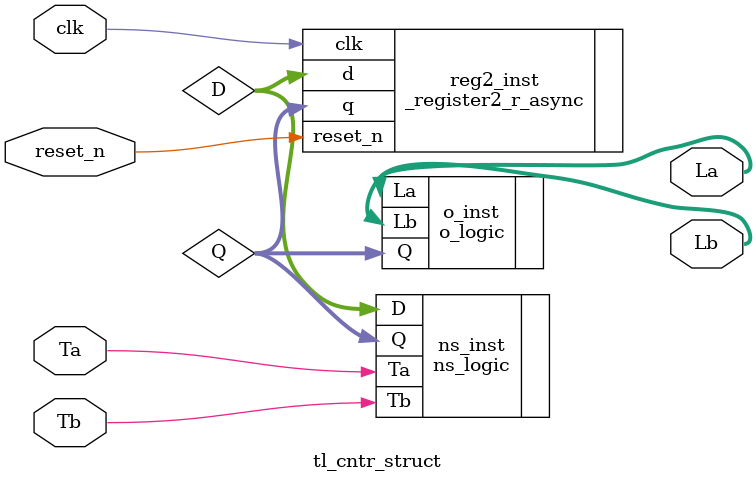
<source format=v>
module tl_cntr_struct(clk,reset_n,Ta,Tb,La,Lb);
  input clk, reset_n, Ta,Tb;
  output [1:0] La, Lb;
  wire [1:0] Q;
  wire [1:0] D;
  
  //instance
 ns_logic ns_inst(.Ta(Ta), .Tb(Tb), .Q(Q), .D(D));
 _register2_r_async reg2_inst(.clk(clk), .reset_n(reset_n), .d(D), .q(Q));
 o_logic o_inst(.Q(Q), .La(La), .Lb(Lb));
  
endmodule

</source>
